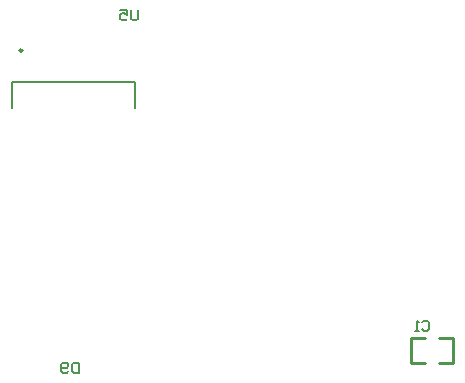
<source format=gbo>
G04*
G04 #@! TF.GenerationSoftware,Altium Limited,Altium Designer,18.1.9 (240)*
G04*
G04 Layer_Color=32896*
%FSLAX25Y25*%
%MOIN*%
G70*
G01*
G75*
%ADD10C,0.01000*%
%ADD12C,0.00984*%
%ADD15C,0.00787*%
%ADD17C,0.00500*%
D10*
X143884Y106519D02*
Y114881D01*
X157916Y106519D02*
Y114881D01*
X143884Y106519D02*
X148538D01*
X153262D02*
X157916D01*
X153262Y114881D02*
X157916D01*
X143884D02*
X148538D01*
D12*
X14374Y210705D02*
G03*
X14374Y210705I-492J0D01*
G01*
D15*
X11028Y191413D02*
Y200272D01*
X51972D01*
Y191413D02*
Y200272D01*
D17*
X52900Y224199D02*
Y221283D01*
X52317Y220700D01*
X51151D01*
X50567Y221283D01*
Y224199D01*
X47069D02*
X49401D01*
Y222449D01*
X48235Y223033D01*
X47652D01*
X47069Y222449D01*
Y221283D01*
X47652Y220700D01*
X48818D01*
X49401Y221283D01*
X33200Y106599D02*
Y103100D01*
X31451D01*
X30867Y103683D01*
Y106016D01*
X31451Y106599D01*
X33200D01*
X29701Y103683D02*
X29118Y103100D01*
X27952D01*
X27369Y103683D01*
Y106016D01*
X27952Y106599D01*
X29118D01*
X29701Y106016D01*
Y105433D01*
X29118Y104849D01*
X27369D01*
X147667Y120016D02*
X148251Y120599D01*
X149417D01*
X150000Y120016D01*
Y117683D01*
X149417Y117100D01*
X148251D01*
X147667Y117683D01*
X146501Y117100D02*
X145335D01*
X145918D01*
Y120599D01*
X146501Y120016D01*
M02*

</source>
